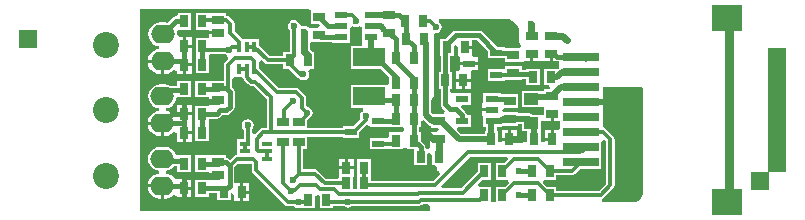
<source format=gtl>
G04*
G04 #@! TF.GenerationSoftware,Altium Limited,Altium Designer,24.10.1 (45)*
G04*
G04 Layer_Physical_Order=1*
G04 Layer_Color=255*
%FSLAX44Y44*%
%MOMM*%
G71*
G04*
G04 #@! TF.SameCoordinates,FD984B7A-8438-4C43-BE95-A6A47EEA4E16*
G04*
G04*
G04 #@! TF.FilePolarity,Positive*
G04*
G01*
G75*
%ADD13R,3.1000X0.7600*%
%ADD14R,0.7500X1.0000*%
%ADD16R,1.5000X1.5000*%
%ADD18R,1.0000X0.7500*%
%ADD22R,1.0000X0.6000*%
%ADD23R,1.1000X0.6000*%
%ADD41C,0.3000*%
%ADD42R,1.0000X0.7000*%
%ADD43R,0.9000X0.4000*%
%ADD44R,0.4000X0.9000*%
%ADD45R,1.2000X1.0000*%
%ADD46R,2.7000X1.5000*%
%ADD47C,0.8000*%
%ADD48C,0.5000*%
%ADD49C,0.4000*%
%ADD50C,0.6000*%
%ADD51C,0.3500*%
%ADD52R,1.6000X10.5000*%
%ADD53R,2.5000X2.2000*%
%ADD54O,2.0000X1.6000*%
%ADD55C,2.2000*%
%ADD56C,1.0000*%
%ADD57C,0.6000*%
G36*
X292621Y70060D02*
X292690Y69994D01*
Y56475D01*
X292690D01*
X292509Y54010D01*
X283500D01*
Y35010D01*
X308222D01*
X315630Y27602D01*
Y23062D01*
X314500Y20990D01*
X283500D01*
Y1990D01*
X293238D01*
X293543Y1131D01*
X293660Y-550D01*
X292395Y-1395D01*
X291290Y-3049D01*
X290902Y-5000D01*
X291290Y-6951D01*
X291804Y-7720D01*
X285523Y-14000D01*
X276570D01*
Y-15431D01*
X246000D01*
Y-9427D01*
X248968Y-6459D01*
X249557Y-6065D01*
X250662Y-4412D01*
X251050Y-2461D01*
X250662Y-510D01*
X249557Y1144D01*
X247903Y2249D01*
X245952Y2637D01*
X245569Y5106D01*
Y9692D01*
X245297Y11058D01*
X244523Y12215D01*
X239215Y17523D01*
X238058Y18297D01*
X236692Y18569D01*
X222453D01*
X205500Y35522D01*
Y40886D01*
X207087Y42366D01*
X207455Y42523D01*
X210502Y39477D01*
X211659Y38703D01*
X213025Y38431D01*
X225630D01*
Y35000D01*
X229953D01*
X237477Y27477D01*
X238634Y26703D01*
X239275Y26576D01*
X239395Y26395D01*
X241049Y25290D01*
X243000Y24902D01*
X244951Y25290D01*
X246605Y26395D01*
X247710Y28049D01*
X248098Y30000D01*
X247710Y31951D01*
X247370Y32460D01*
X248727Y35000D01*
X252370D01*
Y49000D01*
X250883D01*
X250225Y49985D01*
X249098Y51112D01*
Y55252D01*
X249490Y57630D01*
X257222D01*
X258395Y57397D01*
X258395Y57397D01*
X267290D01*
Y56475D01*
X282290D01*
Y66475D01*
X282290D01*
Y69609D01*
X284830Y70931D01*
X285398Y70551D01*
X287349Y70163D01*
X289300Y70551D01*
X290150Y71119D01*
X292621Y70060D01*
D02*
G37*
G36*
X249490Y84370D02*
Y72870D01*
X255940D01*
X256886Y71670D01*
X255741Y69130D01*
X249490D01*
Y69130D01*
X247246Y69844D01*
X245951Y70710D01*
X244000Y71098D01*
X242529Y70805D01*
X241838Y70861D01*
X239841Y72290D01*
X239710Y72951D01*
X238605Y74605D01*
X236951Y75710D01*
X235000Y76098D01*
X233049Y75710D01*
X231395Y74605D01*
X230290Y72951D01*
X229902Y71000D01*
X230290Y69049D01*
X231395Y67395D01*
X231431Y67371D01*
Y49000D01*
X225630D01*
Y45569D01*
X214503D01*
X205500Y54572D01*
Y60025D01*
X191323D01*
X191204Y60204D01*
X184823Y66584D01*
Y73000D01*
X184532Y74463D01*
X183704Y75704D01*
X180704Y78704D01*
X179463Y79532D01*
X178000Y79823D01*
Y82000D01*
X164000D01*
Y82000D01*
X163370Y82000D01*
Y82000D01*
X151870D01*
Y68000D01*
X163370D01*
X163414Y66770D01*
X171000D01*
Y64230D01*
X163460D01*
Y63503D01*
X163370Y61000D01*
X161558Y61000D01*
X151870D01*
Y47000D01*
X151870D01*
Y45000D01*
X151870D01*
Y31000D01*
X163370D01*
Y45000D01*
X163370Y45000D01*
X164247Y47177D01*
X176722D01*
X178049Y46290D01*
X178551Y46190D01*
X179387Y43434D01*
X176707Y40753D01*
X175933Y39596D01*
X175662Y38230D01*
Y24550D01*
X163730D01*
Y24550D01*
X163100D01*
Y24550D01*
X151600D01*
Y10550D01*
X163100D01*
X163144Y9320D01*
X170730D01*
Y6780D01*
X163190D01*
Y6053D01*
X163100Y3550D01*
X161288Y3550D01*
X151600D01*
Y-10450D01*
X151600D01*
Y-12450D01*
X151600D01*
Y-26450D01*
X163100D01*
Y-12450D01*
X163100D01*
Y-10450D01*
X163100D01*
Y-7528D01*
X169730D01*
X169730Y-7528D01*
X171291Y-7218D01*
X172614Y-6334D01*
X174419Y-4528D01*
X177730D01*
X177730Y-4528D01*
X179291Y-4218D01*
X180614Y-3334D01*
X183614Y-334D01*
X183614Y-334D01*
X184498Y989D01*
X184808Y2550D01*
X184808Y2550D01*
Y15550D01*
X184808Y15550D01*
X184498Y17111D01*
X183614Y18434D01*
X183614Y18434D01*
X182799Y19249D01*
Y26140D01*
X184500Y27975D01*
X191436D01*
X191703Y26634D01*
X192477Y25477D01*
X196477Y21477D01*
X197634Y20703D01*
X199000Y20431D01*
X200957D01*
X212393Y8996D01*
Y-15431D01*
X209000D01*
X207634Y-15703D01*
X206477Y-16477D01*
X202109Y-20845D01*
X199569Y-19793D01*
Y-16629D01*
X199605Y-16605D01*
X200710Y-14951D01*
X201098Y-13000D01*
X200710Y-11049D01*
X199605Y-9395D01*
X197951Y-8290D01*
X196000Y-7902D01*
X194049Y-8290D01*
X192395Y-9395D01*
X191290Y-11049D01*
X190902Y-13000D01*
X191290Y-14951D01*
X192395Y-16605D01*
X192431Y-16629D01*
Y-24500D01*
X186975D01*
Y-32500D01*
Y-37931D01*
X186610D01*
X185244Y-38203D01*
X184087Y-38977D01*
X181021Y-42043D01*
X180544Y-41566D01*
X179221Y-40682D01*
X177660Y-40372D01*
X177660Y-40372D01*
Y-38450D01*
X163660D01*
Y-38450D01*
X163030D01*
Y-38450D01*
X151530D01*
Y-52450D01*
X163030D01*
X163074Y-53680D01*
X170660D01*
Y-56220D01*
X163120D01*
Y-56947D01*
X163030Y-59450D01*
X161218Y-59450D01*
X151530D01*
Y-73450D01*
X163030D01*
Y-70528D01*
X169928D01*
Y-76585D01*
X181428D01*
Y-71156D01*
X182088Y-70715D01*
X184628Y-72073D01*
Y-77126D01*
X189648D01*
Y-69586D01*
Y-62046D01*
X184738D01*
Y-48418D01*
X187657Y-45500D01*
X199431D01*
Y-51025D01*
X199703Y-52391D01*
X200477Y-53548D01*
X227452Y-80523D01*
X228609Y-81297D01*
X229975Y-81569D01*
X235371D01*
X235395Y-81605D01*
X237049Y-82710D01*
X239000Y-83098D01*
X239121Y-83074D01*
X241630Y-83000D01*
X241630Y-83000D01*
X241630Y-83000D01*
X253130D01*
Y-73257D01*
X255670Y-71804D01*
X256870Y-72510D01*
Y-83000D01*
X268370D01*
Y-81192D01*
X277141D01*
X277165Y-81228D01*
X278819Y-82333D01*
X280770Y-82722D01*
X282721Y-82333D01*
X284375Y-81228D01*
X284399Y-81192D01*
X341376D01*
X342742Y-80920D01*
X343900Y-80147D01*
X344478Y-79569D01*
X348011D01*
X348663Y-80089D01*
X350000Y-82000D01*
Y-86000D01*
X105000D01*
Y85000D01*
X247211D01*
X249490Y84370D01*
D02*
G37*
G36*
X414000Y77000D02*
X414000Y77000D01*
X414000D01*
X416300Y76778D01*
X417500Y76539D01*
X419684Y75634D01*
X421650Y74321D01*
X423321Y72650D01*
X424634Y70684D01*
X425539Y68500D01*
X426000Y66182D01*
X426000Y65000D01*
X426000Y58000D01*
X426077Y57220D01*
X426674Y55778D01*
X427582Y54870D01*
X427481Y53965D01*
X426815Y52370D01*
X420268D01*
X419095Y52603D01*
X419095Y52603D01*
X413430D01*
Y53525D01*
X407198D01*
X394839Y65884D01*
X393516Y66768D01*
X391955Y67078D01*
X391955Y67078D01*
X372000D01*
X372000Y67078D01*
X370439Y66768D01*
X369116Y65884D01*
X369116Y65884D01*
X363184Y59952D01*
X358932D01*
Y45952D01*
X359302D01*
Y32000D01*
X357630D01*
Y18000D01*
X359302D01*
Y4620D01*
X359302Y4620D01*
X359612Y3059D01*
X360496Y1736D01*
X363362Y-1130D01*
X362327Y-3630D01*
X353119D01*
X351588Y-2100D01*
Y8736D01*
X352411Y9559D01*
X353173Y10700D01*
X353699Y11968D01*
X353966Y13314D01*
X354000Y14000D01*
Y64081D01*
X355000Y64902D01*
X356951Y65290D01*
X358605Y66395D01*
X359710Y68049D01*
X360098Y70000D01*
X359710Y71951D01*
X358605Y73605D01*
X358045Y73979D01*
X358310Y76795D01*
X358806Y77000D01*
X414000D01*
X414000Y77000D01*
D02*
G37*
G36*
X399430Y49757D02*
Y43525D01*
X413430D01*
X414000Y41261D01*
Y40870D01*
X426551D01*
X428000Y40870D01*
X430409Y41090D01*
X435230D01*
Y47380D01*
X437770D01*
Y41090D01*
X442960D01*
X444750Y41090D01*
X446540Y41090D01*
X451730D01*
Y47380D01*
X454270D01*
Y41090D01*
X459960D01*
Y38110D01*
X459960D01*
X459631Y35746D01*
X458514Y35000D01*
X447120D01*
Y21000D01*
X450848D01*
X452154Y18500D01*
X451716Y17870D01*
X447000D01*
Y15748D01*
X444000D01*
Y16160D01*
X428000D01*
Y2160D01*
X444000D01*
Y2160D01*
X446460Y2063D01*
Y-4063D01*
X444000Y-4160D01*
Y-4160D01*
X437382D01*
X436216Y-3381D01*
X434460Y-3032D01*
X425000D01*
Y-1870D01*
X412577D01*
X411454Y0D01*
X412577Y1870D01*
X425000D01*
Y13370D01*
X417268D01*
X416095Y13603D01*
X416095Y13603D01*
X410200D01*
Y14525D01*
X395200D01*
Y5540D01*
X394660D01*
Y1270D01*
X402700D01*
Y-1270D01*
X394660D01*
Y-5540D01*
X395200D01*
Y-14525D01*
X397792D01*
Y-18000D01*
X396630D01*
Y-20412D01*
X376900D01*
X373323Y-16835D01*
X374280Y-14525D01*
X384800D01*
Y-4525D01*
X383778D01*
X381378Y-4300D01*
X381068Y-2739D01*
X380184Y-1416D01*
X380184Y-1416D01*
X376743Y2025D01*
X377778Y4525D01*
X384800D01*
Y14525D01*
X369800D01*
Y14525D01*
X367458Y14907D01*
Y18000D01*
X369130D01*
Y32000D01*
X367458D01*
Y45952D01*
X370432D01*
Y54217D01*
X371132Y54720D01*
X373632Y53439D01*
Y45412D01*
X373891D01*
X376030Y44540D01*
X376030Y42912D01*
Y40270D01*
X383570D01*
X391110D01*
Y44540D01*
X388350D01*
X386212Y45412D01*
X386212Y47040D01*
Y51682D01*
X379922D01*
Y54222D01*
X386212D01*
Y58922D01*
X390266D01*
X399430Y49757D01*
D02*
G37*
G36*
X299430Y-13779D02*
Y-14475D01*
X313430D01*
Y-14475D01*
X315630Y-14510D01*
Y-14510D01*
X327130D01*
X328652Y-16419D01*
Y-17091D01*
X327130Y-19000D01*
X326112Y-19000D01*
X315630D01*
Y-22704D01*
X313430Y-23525D01*
Y-23525D01*
X299430D01*
Y-33525D01*
X313307D01*
X313430Y-33525D01*
X313430Y-33525D01*
X315630Y-33000D01*
X315630Y-33000D01*
X327130D01*
Y-33000D01*
X327856Y-32451D01*
X330483Y-32409D01*
X330870Y-32796D01*
Y-33000D01*
X334090D01*
X336630Y-33000D01*
Y-47000D01*
X348130D01*
Y-37788D01*
X348259Y-37273D01*
X348614Y-36890D01*
X349330Y-36556D01*
X351519Y-37740D01*
X351870Y-38272D01*
Y-47000D01*
X353874D01*
X356000Y-48000D01*
X356000Y-49540D01*
Y-52000D01*
X358102D01*
X359154Y-54540D01*
X353263Y-60431D01*
X300370D01*
Y-56000D01*
Y-42000D01*
X288870D01*
Y-56000D01*
Y-67311D01*
X285130D01*
Y-56540D01*
X285670D01*
Y-50270D01*
X279380D01*
X273090D01*
Y-56540D01*
X271524Y-58431D01*
X262478D01*
X255523Y-51477D01*
X254366Y-50703D01*
X253000Y-50431D01*
X242569D01*
Y-33370D01*
X246000D01*
Y-22569D01*
X276570D01*
Y-24000D01*
X290570D01*
Y-19047D01*
X296890Y-12727D01*
X299430Y-13779D01*
D02*
G37*
G36*
X455270Y-9410D02*
X460500D01*
Y-12150D01*
X460500D01*
X460500Y-13250D01*
X460371Y-15697D01*
X459910Y-17460D01*
X454890D01*
Y-25000D01*
X453620D01*
Y-26270D01*
X447330D01*
Y-27000D01*
X444130D01*
Y-18000D01*
X444000D01*
Y-9506D01*
X446460Y-9410D01*
Y-9410D01*
X452730D01*
Y-3120D01*
X455270D01*
Y-9410D01*
D02*
G37*
G36*
X428000Y-18160D02*
X432630D01*
Y-27000D01*
X423910D01*
Y-26270D01*
X417620D01*
Y-25000D01*
D01*
Y-26270D01*
X411330D01*
Y-27000D01*
X408130D01*
Y-18000D01*
X406968D01*
Y-14525D01*
X410200D01*
Y-14113D01*
X410475D01*
X412231Y-13764D01*
X412820Y-13370D01*
X425000D01*
Y-12208D01*
X428000D01*
Y-18160D01*
D02*
G37*
G36*
X349136Y-12624D02*
X350624Y-13619D01*
X351000Y-13694D01*
Y-15130D01*
X357195D01*
X357698Y-15830D01*
X356416Y-18330D01*
X350460D01*
Y-23350D01*
X358000D01*
Y-25890D01*
X350460D01*
Y-30910D01*
X350460D01*
X350571Y-31526D01*
X348761Y-33304D01*
X348130Y-33000D01*
X346356Y-31247D01*
X346148Y-30199D01*
X345264Y-28876D01*
X342370Y-25982D01*
Y-19000D01*
X340698D01*
Y-14510D01*
X342370D01*
Y-9394D01*
X344870Y-8359D01*
X349136Y-12624D01*
D02*
G37*
G36*
X499431Y-26536D02*
Y-62522D01*
X493522Y-68431D01*
X457370D01*
Y-65000D01*
X449667D01*
X446207Y-61540D01*
X447259Y-59000D01*
X457370D01*
Y-55569D01*
X470450D01*
X471816Y-55297D01*
X472973Y-54523D01*
X477247Y-50250D01*
X495500D01*
Y-38650D01*
X495500Y-38650D01*
Y-37550D01*
X495500D01*
X495500Y-36110D01*
Y-26876D01*
X497474Y-25072D01*
X499431Y-26536D01*
D02*
G37*
G36*
X416658Y-41915D02*
X413573Y-45000D01*
X405870D01*
Y-59000D01*
X415981D01*
X417033Y-61540D01*
X413573Y-65000D01*
X405870D01*
Y-78000D01*
X402130D01*
Y-65000D01*
X392019D01*
X390967Y-62460D01*
X394427Y-59000D01*
X402130D01*
Y-45000D01*
X390630D01*
Y-52703D01*
X376902Y-66431D01*
X360675D01*
X359703Y-64085D01*
X384219Y-39569D01*
X415686D01*
X416658Y-41915D01*
D02*
G37*
G36*
X530312Y18312D02*
X531000Y16792D01*
X531000Y-69000D01*
X531000Y-69000D01*
X531000Y-69886D01*
X530654Y-71625D01*
X529976Y-73263D01*
X528991Y-74737D01*
X527737Y-75991D01*
X526263Y-76976D01*
X524625Y-77654D01*
X522886Y-78000D01*
X522000Y-78000D01*
X495796D01*
X495546Y-75460D01*
X496366Y-75297D01*
X497523Y-74523D01*
X505523Y-66523D01*
X506297Y-65366D01*
X506569Y-64000D01*
Y-25000D01*
X506297Y-23634D01*
X505523Y-22477D01*
X499573Y-16527D01*
X498416Y-15753D01*
X497038Y-14855D01*
X497000Y-12941D01*
X497000Y19000D01*
X528792D01*
X530312Y18312D01*
D02*
G37*
%LPC*%
G36*
X148130Y82000D02*
X136630D01*
Y80812D01*
X135000Y79078D01*
X133439Y78768D01*
X132116Y77884D01*
X128049Y73816D01*
X126000Y74086D01*
X122000D01*
X119389Y73743D01*
X116957Y72735D01*
X114868Y71132D01*
X113265Y69043D01*
X112257Y66610D01*
X111914Y64000D01*
X112257Y61389D01*
X113265Y58957D01*
X114868Y56868D01*
X116957Y55265D01*
X119389Y54257D01*
X120940Y54053D01*
Y51491D01*
X119249Y51269D01*
X116685Y50207D01*
X114483Y48517D01*
X112793Y46315D01*
X111731Y43752D01*
X111536Y42270D01*
X124000D01*
Y41000D01*
X125270D01*
Y30369D01*
X126000D01*
X128751Y30731D01*
X131315Y31793D01*
X133517Y33483D01*
X133550Y33526D01*
X136090Y32663D01*
Y30460D01*
X141110D01*
Y38000D01*
X142380D01*
Y39270D01*
X148670D01*
Y43920D01*
X148670Y45540D01*
X148670Y48080D01*
Y52730D01*
X142380D01*
Y54000D01*
X141110D01*
Y61540D01*
X138324D01*
X136086Y64000D01*
X136076Y64074D01*
X135852Y65782D01*
X137363Y67647D01*
X137916Y68000D01*
X148130D01*
Y82000D01*
D02*
G37*
G36*
X148670Y61540D02*
X143650D01*
Y55270D01*
X148670D01*
Y61540D01*
D02*
G37*
G36*
Y36730D02*
X143650D01*
Y30460D01*
X148670D01*
Y36730D01*
D02*
G37*
G36*
X122730Y39730D02*
X111536D01*
X111731Y38249D01*
X112793Y35684D01*
X114483Y33483D01*
X116685Y31793D01*
X119249Y30731D01*
X122000Y30369D01*
X122730D01*
Y39730D01*
D02*
G37*
G36*
X147860Y24550D02*
X136360D01*
Y20628D01*
X129944D01*
X128341Y21293D01*
X125730Y21636D01*
X121730D01*
X119120Y21293D01*
X116687Y20285D01*
X114598Y18682D01*
X112995Y16593D01*
X111987Y14161D01*
X111644Y11550D01*
X111987Y8939D01*
X112995Y6507D01*
X114598Y4418D01*
X116687Y2815D01*
X119120Y1807D01*
X120670Y1603D01*
Y-959D01*
X118979Y-1181D01*
X116414Y-2243D01*
X114213Y-3933D01*
X112523Y-6134D01*
X111461Y-8698D01*
X111266Y-10180D01*
X123730D01*
Y-11450D01*
X125000D01*
Y-22081D01*
X125730D01*
X128482Y-21719D01*
X131046Y-20657D01*
X133247Y-18967D01*
X133280Y-18924D01*
X135820Y-19787D01*
Y-26990D01*
X140840D01*
Y-19450D01*
X142110D01*
Y-18180D01*
X148400D01*
Y-11910D01*
X148400D01*
X148400Y-10990D01*
X148400D01*
Y-4720D01*
X142110D01*
Y-3450D01*
X140840D01*
Y4090D01*
X135820D01*
Y-3113D01*
X133280Y-3975D01*
X133247Y-3933D01*
X131046Y-2243D01*
X128482Y-1181D01*
X126790Y-959D01*
Y1603D01*
X128341Y1807D01*
X130773Y2815D01*
X132862Y4418D01*
X134465Y6507D01*
X135274Y8460D01*
X136360Y10550D01*
X137978Y10550D01*
X147860D01*
Y24550D01*
D02*
G37*
G36*
X148400Y4090D02*
X143380D01*
Y-2180D01*
X148400D01*
Y4090D01*
D02*
G37*
G36*
X122460Y-12720D02*
X111266D01*
X111461Y-14201D01*
X112523Y-16765D01*
X114213Y-18967D01*
X116414Y-20657D01*
X118979Y-21719D01*
X121730Y-22081D01*
X122460D01*
Y-12720D01*
D02*
G37*
G36*
X148400Y-20720D02*
X143380D01*
Y-26990D01*
X148400D01*
Y-20720D01*
D02*
G37*
G36*
X125660Y-31364D02*
X121660D01*
X119050Y-31707D01*
X116617Y-32715D01*
X114528Y-34318D01*
X112925Y-36407D01*
X111917Y-38839D01*
X111574Y-41450D01*
X111917Y-44061D01*
X112925Y-46493D01*
X114528Y-48582D01*
X116617Y-50185D01*
X119050Y-51193D01*
X120600Y-51397D01*
Y-53959D01*
X118909Y-54181D01*
X116344Y-55243D01*
X114143Y-56933D01*
X112453Y-59134D01*
X111391Y-61698D01*
X111196Y-63180D01*
X123660D01*
Y-64450D01*
X124930D01*
Y-75081D01*
X125660D01*
X128412Y-74719D01*
X130976Y-73657D01*
X133177Y-71967D01*
X133210Y-71925D01*
X135750Y-72787D01*
Y-73990D01*
X140770D01*
Y-66450D01*
Y-58910D01*
X135750D01*
X133730Y-57654D01*
X133177Y-56933D01*
X130976Y-55243D01*
X128412Y-54181D01*
X126720Y-53959D01*
Y-51397D01*
X128271Y-51193D01*
X130703Y-50185D01*
X132792Y-48582D01*
X133750Y-47334D01*
X136290Y-47397D01*
Y-52450D01*
X147790D01*
Y-38450D01*
X136290D01*
X134497Y-36653D01*
X134395Y-36407D01*
X132792Y-34318D01*
X130703Y-32715D01*
X128271Y-31707D01*
X125660Y-31364D01*
D02*
G37*
G36*
X143310Y-58910D02*
Y-65180D01*
X148330D01*
Y-58910D01*
X143310D01*
D02*
G37*
G36*
X197208Y-62046D02*
X192188D01*
Y-68316D01*
X197208D01*
Y-62046D01*
D02*
G37*
G36*
X148330Y-67720D02*
X143310D01*
Y-73990D01*
X148330D01*
Y-67720D01*
D02*
G37*
G36*
X122390Y-65720D02*
X111196D01*
X111391Y-67201D01*
X112453Y-69766D01*
X114143Y-71967D01*
X116344Y-73657D01*
X118909Y-74719D01*
X121660Y-75081D01*
X122390D01*
Y-65720D01*
D02*
G37*
G36*
X197208Y-70856D02*
X192188D01*
Y-77126D01*
X197208D01*
Y-70856D01*
D02*
G37*
G36*
X391110Y37730D02*
X383570D01*
X376030D01*
X376030Y33460D01*
X373911Y32540D01*
X372330D01*
Y26270D01*
X378620D01*
X384910D01*
Y30960D01*
X384910Y32540D01*
X387029Y33460D01*
X391110D01*
Y37730D01*
D02*
G37*
G36*
X428000Y37130D02*
X414000D01*
Y36739D01*
X413430Y34475D01*
X399430D01*
Y24475D01*
X413430D01*
X414000Y25630D01*
X421283D01*
X422380Y25412D01*
X423477Y25630D01*
X428000D01*
Y25922D01*
X431880D01*
Y21000D01*
X443380D01*
Y35000D01*
X431880D01*
Y34078D01*
X428000D01*
Y37130D01*
D02*
G37*
G36*
X384910Y23730D02*
X379890D01*
Y17460D01*
X384910D01*
Y23730D01*
D02*
G37*
G36*
X377350D02*
X372330D01*
Y17460D01*
X377350D01*
Y23730D01*
D02*
G37*
G36*
X285670Y-41460D02*
X280650D01*
Y-47730D01*
X285670D01*
Y-41460D01*
D02*
G37*
G36*
X278110D02*
X273090D01*
Y-47730D01*
X278110D01*
Y-41460D01*
D02*
G37*
G36*
X452350Y-17460D02*
X447330D01*
Y-23730D01*
X452350D01*
Y-17460D01*
D02*
G37*
G36*
X423910D02*
X418890D01*
Y-23730D01*
X423910D01*
Y-17460D01*
D02*
G37*
G36*
X416350D02*
X411330D01*
Y-23730D01*
X416350D01*
Y-17460D01*
D02*
G37*
%LPD*%
D13*
X478000Y-44450D02*
D03*
Y-31750D02*
D03*
Y44450D02*
D03*
Y31750D02*
D03*
Y19050D02*
D03*
Y-6350D02*
D03*
Y-19050D02*
D03*
Y6350D02*
D03*
D14*
X157620Y38000D02*
D03*
X142380D02*
D03*
Y75000D02*
D03*
X157620D02*
D03*
Y54000D02*
D03*
X142380D02*
D03*
X190918Y-69586D02*
D03*
X175678D02*
D03*
X342380Y-40000D02*
D03*
X357620D02*
D03*
X231380Y42000D02*
D03*
X246620D02*
D03*
X451620Y-72000D02*
D03*
X436380D02*
D03*
X451620Y-52000D02*
D03*
X436380D02*
D03*
X142110Y17550D02*
D03*
X157350D02*
D03*
Y-19450D02*
D03*
X142110D02*
D03*
X157350Y-3450D02*
D03*
X142110D02*
D03*
X142040Y-45450D02*
D03*
X157280D02*
D03*
Y-66450D02*
D03*
X142040D02*
D03*
X294620Y-49000D02*
D03*
X279380D02*
D03*
X321380Y8490D02*
D03*
X336620D02*
D03*
X437630Y28000D02*
D03*
X452870D02*
D03*
X411620Y-72000D02*
D03*
X396380D02*
D03*
X294620Y-62000D02*
D03*
X279380D02*
D03*
X411620Y-52000D02*
D03*
X396380D02*
D03*
X321380Y-26000D02*
D03*
X336620D02*
D03*
X344620Y75000D02*
D03*
X329380D02*
D03*
X330380Y60000D02*
D03*
X345620D02*
D03*
X262620Y-76000D02*
D03*
X247380D02*
D03*
X453620Y-25000D02*
D03*
X438380D02*
D03*
X321380Y-7510D02*
D03*
X336620D02*
D03*
X321380Y23000D02*
D03*
X336620D02*
D03*
X379922Y52952D02*
D03*
X364682D02*
D03*
X336620Y44000D02*
D03*
X321380D02*
D03*
X378620Y25000D02*
D03*
X363380D02*
D03*
X417620Y-25000D02*
D03*
X402380D02*
D03*
D16*
X630000Y-60000D02*
D03*
X10000Y60000D02*
D03*
D18*
X453000Y47380D02*
D03*
Y62620D02*
D03*
X239000Y-10380D02*
D03*
Y-27620D02*
D03*
X226000Y-10380D02*
D03*
Y-27620D02*
D03*
X436500Y62620D02*
D03*
Y47380D02*
D03*
X421000Y31380D02*
D03*
Y46620D02*
D03*
X418000Y7620D02*
D03*
Y-7620D02*
D03*
X358000Y-24620D02*
D03*
Y-9380D02*
D03*
X454000Y-3120D02*
D03*
Y12120D02*
D03*
X256490Y78620D02*
D03*
Y63380D02*
D03*
X316000Y80620D02*
D03*
Y65380D02*
D03*
D22*
X306430Y-9475D02*
D03*
X283570Y-19000D02*
D03*
X306430Y-28525D02*
D03*
X383570Y39000D02*
D03*
X406430Y48525D02*
D03*
Y29475D02*
D03*
D23*
X274790Y61475D02*
D03*
X274790Y71000D02*
D03*
Y80525D02*
D03*
X300190Y80525D02*
D03*
Y71000D02*
D03*
Y61475D02*
D03*
X377300Y-9525D02*
D03*
Y9525D02*
D03*
X402700D02*
D03*
Y0D02*
D03*
Y-9525D02*
D03*
D41*
X474619Y-36000D02*
G03*
X483750Y-31669I-0J11790D01*
G01*
X451620Y-72000D02*
X495000D01*
X503000Y-64000D01*
Y-25000D01*
X497050Y-19050D02*
X503000Y-25000D01*
X478000Y-19050D02*
X497050D01*
X470450Y-52000D02*
X478000Y-44450D01*
X451620Y-52000D02*
X470450D01*
X179230Y18550D02*
Y38230D01*
X262620Y-77624D02*
X280770D01*
X232000Y-68000D02*
X236000D01*
X240000Y-64000D01*
X254000D01*
X257000Y-67000D01*
X269121D01*
X273000Y-70879D01*
X340121D01*
X233000Y-69000D02*
X233000Y-69000D01*
X340121Y-70879D02*
X341000Y-70000D01*
X239000Y-54000D02*
X253000D01*
X261000Y-62000D01*
X279380D01*
X280770Y-77624D02*
X341376D01*
X343000Y-76000D01*
X239000Y-78000D02*
X247000D01*
X203000Y-51025D02*
X229975Y-78000D01*
X239000D01*
X231380Y38620D02*
Y42000D01*
Y38620D02*
X240000Y30000D01*
X243000D01*
X235000Y45620D02*
Y71000D01*
X231380Y42000D02*
X235000Y45620D01*
X195088Y53000D02*
X201588D01*
X196000Y-28500D02*
Y-13000D01*
X213025Y42000D02*
X231380D01*
X201500Y53525D02*
X213025Y42000D01*
X341000Y-70000D02*
X378380D01*
X396380Y-52000D01*
X350000Y75000D02*
X355000Y70000D01*
X344620Y75000D02*
X350000D01*
X287349Y75261D02*
X287426Y75338D01*
Y76980D01*
X283880Y80525D02*
X287426Y76980D01*
X271380Y81525D02*
X274790D01*
Y80525D02*
X283880D01*
X201500Y34475D02*
X220975Y15000D01*
X236692D02*
X242000Y9692D01*
X220975Y15000D02*
X236692D01*
X215962Y-19000D02*
Y10474D01*
X202435Y24000D02*
X215962Y10474D01*
X199000Y24000D02*
X202435D01*
X242000Y1491D02*
Y9692D01*
X195000Y28000D02*
X199000Y24000D01*
X294620Y-62000D02*
X296620Y-64000D01*
X354741D02*
X382741Y-36000D01*
X296620Y-64000D02*
X354741D01*
X318855Y-28525D02*
X321380Y-26000D01*
X308430Y-28525D02*
X318855D01*
X474619Y-36000D02*
X474619D01*
X382741D02*
X474619D01*
X294620Y-62000D02*
Y-49000D01*
X203598Y-33598D02*
Y-24402D01*
X209000Y-19000D02*
X215962D01*
X203598Y-24402D02*
X209000Y-19000D01*
X188889Y35000D02*
X195389D01*
X195000Y28000D02*
Y34475D01*
X215962Y-19000D02*
X285570D01*
X242000Y1491D02*
X245952Y-2461D01*
X239000Y-11380D02*
X247000Y-3380D01*
X226000Y-62000D02*
Y-27620D01*
X239000Y-54000D02*
Y-27620D01*
X296000Y-8570D02*
Y-5000D01*
X285570Y-19000D02*
X296000Y-8570D01*
X441620Y-62000D02*
X451620Y-72000D01*
X411620D02*
X421620Y-62000D01*
X451620Y-52000D02*
Y-51620D01*
Y-54000D02*
Y-52000D01*
X442000Y-42000D02*
X451620Y-51620D01*
X411620Y-52000D02*
X421620Y-42000D01*
X442000D01*
X245952Y-2461D02*
X246081D01*
X247000Y-3380D01*
X343000Y-76000D02*
X392380D01*
X193475Y-41500D02*
X200500D01*
X203000Y-44000D01*
Y-51025D02*
Y-44000D01*
X392380Y-76000D02*
X396380Y-72000D01*
X186610Y-41500D02*
X193475D01*
X226000Y-62000D02*
X232000Y-68000D01*
X234000Y-59000D02*
X239000Y-54000D01*
X179230Y17050D02*
Y18550D01*
X203598Y-33598D02*
X205000Y-35000D01*
X212525Y-40465D02*
Y-35000D01*
X205000D02*
X212525D01*
X193475D02*
Y-28500D01*
X419095Y29475D02*
X421000Y31380D01*
X406430Y29475D02*
X419095D01*
X179230Y38230D02*
X185000Y44000D01*
X199000D01*
X201500Y41500D01*
Y34475D02*
Y41500D01*
X180660Y-47450D02*
X186610Y-41500D01*
X421620Y-62000D02*
X441620D01*
D42*
X171000Y65500D02*
D03*
Y76500D02*
D03*
X170660Y-43950D02*
D03*
Y-54950D02*
D03*
X170730Y8050D02*
D03*
Y19050D02*
D03*
D43*
X212525Y-41500D02*
D03*
Y-35000D02*
D03*
Y-28500D02*
D03*
X193475D02*
D03*
Y-35000D02*
D03*
Y-41500D02*
D03*
D44*
X188500Y34475D02*
D03*
X195000D02*
D03*
X201500D02*
D03*
Y53525D02*
D03*
X195000D02*
D03*
X188500D02*
D03*
D45*
X436000Y-11160D02*
D03*
Y9160D02*
D03*
D46*
X299000Y11490D02*
D03*
Y44510D02*
D03*
D47*
X603250Y6000D02*
Y77500D01*
Y-77500D02*
Y6000D01*
D48*
X436000Y11160D02*
X453040D01*
X454000Y12120D02*
X460930Y19050D01*
X478000D01*
X503350Y6350D02*
X504000Y7000D01*
X478000Y6350D02*
X503350D01*
X434460Y-7620D02*
X438380Y-11540D01*
X358000Y-9380D02*
X359380D01*
X352380D02*
X358000D01*
X347000Y52000D02*
Y56620D01*
Y-4000D02*
Y52000D01*
X300190Y61475D02*
Y61525D01*
Y45700D02*
Y61475D01*
X299715Y62000D02*
X300190Y61525D01*
Y71000D02*
X308490D01*
X311490Y68000D01*
X300190Y80525D02*
X315905D01*
X347000Y-4000D02*
X352380Y-9380D01*
X375000Y-25000D02*
X402380D01*
X359380Y-9380D02*
X375000Y-25000D01*
X421000Y31380D02*
X422380Y30000D01*
X435630D02*
X437630Y28000D01*
X452870D02*
X458000D01*
X461750Y31750D01*
X453040Y11160D02*
X454000Y12120D01*
X482780Y43380D02*
X483850Y44450D01*
X402380Y-9845D02*
X402700Y-9525D01*
X402380Y-25000D02*
Y-9845D01*
X402700Y-9525D02*
X410475D01*
X412380Y-7620D01*
X418000D01*
X434460D01*
X438380Y-25000D02*
Y-11540D01*
D49*
X457430Y44450D02*
X478000D01*
X454500Y47380D02*
X457430Y44450D01*
X179230Y17050D02*
X180730Y15550D01*
X157280Y-45450D02*
X170660D01*
X336620Y-26000D02*
Y-7510D01*
X336620Y-7510D02*
Y8490D01*
X336620Y8490D02*
Y23000D01*
Y8490D02*
X336620Y8490D01*
X336620Y23000D02*
Y26380D01*
X321380Y41620D02*
Y44000D01*
Y41620D02*
X336620Y26380D01*
X299000Y44510D02*
X304490D01*
X321380Y27620D01*
Y23000D02*
Y27620D01*
X316000Y80620D02*
X323760D01*
X329380Y75000D01*
X330380Y74000D01*
Y60000D02*
Y74000D01*
Y60000D02*
X336620Y53760D01*
Y44000D02*
Y53760D01*
X321380Y44000D02*
Y60000D01*
X316000Y65380D02*
X321380Y60000D01*
X264110Y71000D02*
X274790Y71000D01*
X256490Y78620D02*
X264110Y71000D01*
X256490Y63380D02*
X258395Y61475D01*
X274790D01*
X139380Y41000D02*
X142380Y38000D01*
X124000Y41000D02*
X139380D01*
X142110Y-11450D02*
Y-3450D01*
Y-11450D02*
X142110Y-19450D01*
X123730Y-11450D02*
X142110D01*
X140040Y-64450D02*
X142040Y-66450D01*
X123660Y-64450D02*
X140040D01*
X139590Y-43000D02*
X142040Y-45450D01*
X123660Y-41450D02*
X125210Y-43000D01*
X139590D01*
X124000Y64000D02*
X135000Y75000D01*
X142380D01*
X308430Y-9475D02*
X319415D01*
X306430D02*
X308430D01*
X319415D02*
X321380Y-7510D01*
Y8490D01*
X308430D02*
Y8560D01*
Y8490D02*
X321380D01*
X308360D02*
X308430D01*
X336620Y-26000D02*
X342380Y-31760D01*
Y-40000D02*
Y-31760D01*
X157620Y51000D02*
Y54000D01*
Y38000D02*
Y51000D01*
X142380Y38000D02*
Y54000D01*
X178550Y-66450D02*
X180660Y-64340D01*
X157280Y-66450D02*
X178550D01*
X180660Y-64340D02*
Y-47450D01*
X143730Y6550D02*
X170730D01*
X143660Y-56450D02*
X170660D01*
X157350Y17550D02*
X170730D01*
X128730Y16550D02*
X142110D01*
X299000Y44510D02*
X300190Y45700D01*
X308360Y8490D02*
X308430Y8560D01*
X177730Y18550D02*
X179230Y17050D01*
X363380Y53000D02*
Y54380D01*
X372000Y63000D01*
X391955D01*
X406430Y48525D01*
X419095D01*
X421000Y46620D01*
X363380Y25000D02*
Y53000D01*
Y4620D02*
Y25000D01*
Y4620D02*
X367000Y1000D01*
X372000D01*
X377300Y-4300D01*
Y-9525D02*
Y-4300D01*
X402700Y9525D02*
X416095D01*
X418000Y7620D01*
X422380Y30000D02*
X435630D01*
X180730Y2550D02*
Y15550D01*
X170730Y6550D02*
Y8050D01*
X142110Y4930D02*
X143730Y6550D01*
X426000Y-72000D02*
X436380D01*
X426000Y-52000D02*
X436380D01*
X170660Y-45450D02*
Y-43950D01*
X171160Y-44450D01*
X142040Y-82450D02*
Y-66450D01*
X170660Y-56450D02*
Y-54950D01*
X142040Y-58070D02*
X143660Y-56450D01*
X142040Y-66450D02*
Y-58070D01*
X171160Y-44450D02*
X177660D01*
X180660Y-47450D01*
X123730Y11550D02*
X128730Y16550D01*
X170730Y17550D02*
Y19050D01*
X171230Y18550D01*
X131730Y-3450D02*
X142110Y-3450D01*
X123730Y-11450D02*
X131730Y-3450D01*
X142110Y-3450D02*
Y4930D01*
X171230Y18550D02*
X177730D01*
X177730Y-450D02*
X180730Y2550D01*
X172730Y-450D02*
X177730D01*
X169730Y-3450D02*
X172730Y-450D01*
X157350Y-3450D02*
X169730D01*
X157350Y-19450D02*
Y-3450D01*
D50*
X246620Y42000D02*
Y46380D01*
X347000Y-19000D02*
X352620Y-24620D01*
X358000D01*
X244000Y49000D02*
Y66000D01*
X357620Y-25000D02*
X358000Y-24620D01*
X357620Y-40000D02*
Y-25000D01*
X417620Y-25000D02*
X427000D01*
X436000Y63120D02*
X436500Y62620D01*
X436000Y63120D02*
Y73000D01*
X454500Y62620D02*
X462380D01*
X466000Y59000D01*
X244000Y49000D02*
X246620Y46380D01*
D51*
X157620Y51000D02*
X180000D01*
X157620Y75000D02*
X159120Y76500D01*
X171000D01*
X171500Y76000D02*
X178000D01*
X181000Y73000D01*
Y65000D02*
Y73000D01*
X180000Y51000D02*
X182525Y53525D01*
X188500D01*
X227000Y-11380D02*
Y111D01*
X234039Y7150D01*
X188500Y53525D02*
Y57500D01*
X181000Y65000D02*
X188500Y57500D01*
D52*
X644000Y0D02*
D03*
D53*
X602000Y-77800D02*
D03*
Y77800D02*
D03*
D54*
X123660Y-64450D02*
D03*
Y-41450D02*
D03*
X123730Y-11450D02*
D03*
X123730Y11550D02*
D03*
X124000Y41000D02*
D03*
Y64000D02*
D03*
D55*
X76000Y-56000D02*
D03*
Y-500D02*
D03*
Y55000D02*
D03*
D56*
X644000Y0D02*
D03*
Y-45000D02*
D03*
Y45000D02*
D03*
D57*
X495000Y-60000D02*
D03*
X280770Y-77624D02*
D03*
X239000Y-78000D02*
D03*
X243000Y30000D02*
D03*
X355000Y70000D02*
D03*
X287349Y75261D02*
D03*
X235000Y71000D02*
D03*
X244000Y66000D02*
D03*
X347000Y52000D02*
D03*
Y-19000D02*
D03*
X423000Y56000D02*
D03*
X603000Y6000D02*
D03*
X180000Y51000D02*
D03*
X299000Y31000D02*
D03*
X253000Y54000D02*
D03*
X528000Y16000D02*
D03*
X109000Y75000D02*
D03*
X246121Y-39207D02*
D03*
X296000Y-5000D02*
D03*
X226000Y65000D02*
D03*
X109000Y25000D02*
D03*
Y-27000D02*
D03*
X108000Y-83000D02*
D03*
X225000D02*
D03*
X528000Y-23000D02*
D03*
X524000Y-73000D02*
D03*
X467000Y-64000D02*
D03*
X384000Y-50000D02*
D03*
X332000D02*
D03*
X261000Y1000D02*
D03*
X196000Y2000D02*
D03*
X245952Y-2461D02*
D03*
X233000Y-69000D02*
D03*
X200000Y-59000D02*
D03*
X162000Y-83000D02*
D03*
X170000Y29000D02*
D03*
X265731Y-55339D02*
D03*
X192000Y64000D02*
D03*
X234000Y-59000D02*
D03*
X436000Y73000D02*
D03*
X466000Y59000D02*
D03*
X357000Y0D02*
D03*
X389000D02*
D03*
Y25000D02*
D03*
Y52000D02*
D03*
X454000Y-13000D02*
D03*
X427000Y-25000D02*
D03*
X234039Y7150D02*
D03*
X196000Y-13000D02*
D03*
X187000Y-21000D02*
D03*
X426000Y-52000D02*
D03*
Y-72000D02*
D03*
M02*

</source>
